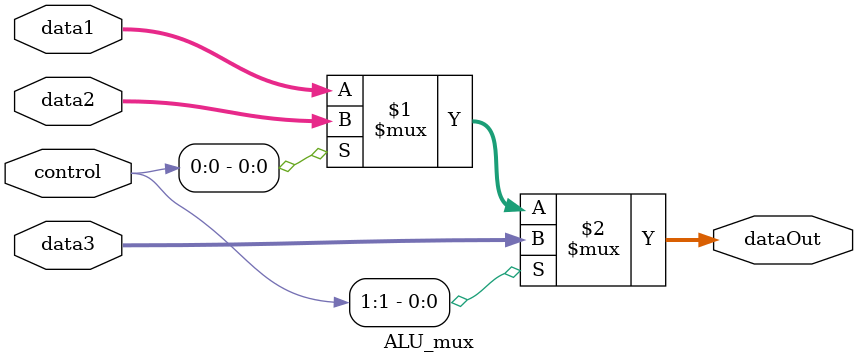
<source format=sv>
/* module ALU_mux (
  input logic [31:0] data1, data2, data3,
  input logic [1:0] control,
  output logic [31:0] dataOut
);


always_comb begin 
   
    case (control)
        2'b00: dataOut = data1;

        2'b01: dataOut = data2;

        2'b10: dataOut = data3;

        default:
            dataOut = 32'b0; 
      
    endcase 
end    
endmodule */

module ALU_mux (
    input logic [31:0] data1, data2, data3,
    input logic [1:0] control,
    output logic [31:0] dataOut
);

assign dataOut = (control[1]) ? data3 : (control[0]) ? data2 : data1;

endmodule

</source>
